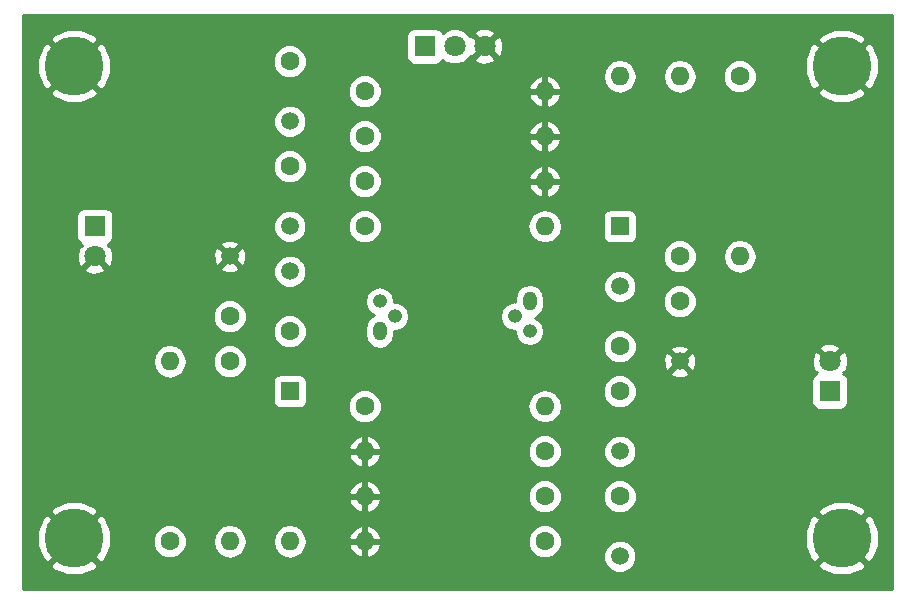
<source format=gbr>
G04 #@! TF.FileFunction,Copper,L1,Top,Signal*
%FSLAX46Y46*%
G04 Gerber Fmt 4.6, Leading zero omitted, Abs format (unit mm)*
G04 Created by KiCad (PCBNEW 4.0.7) date 06/13/18 13:11:16*
%MOMM*%
%LPD*%
G01*
G04 APERTURE LIST*
%ADD10C,0.100000*%
%ADD11C,1.600000*%
%ADD12C,1.500000*%
%ADD13R,1.600000X1.600000*%
%ADD14O,1.600000X1.600000*%
%ADD15R,1.800000X1.800000*%
%ADD16C,1.800000*%
%ADD17O,1.200000X1.600000*%
%ADD18O,1.200000X1.200000*%
%ADD19C,5.000000*%
%ADD20C,0.254000*%
G04 APERTURE END LIST*
D10*
D11*
X128270000Y-63500000D03*
D12*
X128270000Y-68580000D03*
D11*
X128270000Y-77470000D03*
D12*
X128270000Y-72390000D03*
D11*
X161290000Y-74930000D03*
D12*
X161290000Y-80010000D03*
D11*
X123190000Y-76200000D03*
D12*
X123190000Y-71120000D03*
D11*
X156210000Y-91440000D03*
D12*
X156210000Y-96520000D03*
D11*
X128270000Y-54610000D03*
D12*
X128270000Y-59690000D03*
D11*
X156210000Y-78740000D03*
D12*
X156210000Y-73660000D03*
D11*
X156210000Y-82550000D03*
D12*
X156210000Y-87630000D03*
D13*
X156210000Y-68580000D03*
D14*
X156210000Y-55880000D03*
D13*
X128270000Y-82550000D03*
D14*
X128270000Y-95250000D03*
D15*
X139700000Y-53340000D03*
D16*
X142240000Y-53340000D03*
X144780000Y-53340000D03*
D15*
X111760000Y-68580000D03*
D16*
X111760000Y-71120000D03*
D15*
X173990000Y-82550000D03*
D16*
X173990000Y-80010000D03*
D17*
X148590000Y-74930000D03*
D18*
X147320000Y-76200000D03*
X148590000Y-77470000D03*
D17*
X135890000Y-77470000D03*
D18*
X137160000Y-76200000D03*
X135890000Y-74930000D03*
D11*
X166370000Y-55880000D03*
D14*
X166370000Y-71120000D03*
D11*
X118110000Y-95250000D03*
D14*
X118110000Y-80010000D03*
D11*
X134620000Y-64770000D03*
D14*
X149860000Y-64770000D03*
D11*
X149860000Y-95250000D03*
D14*
X134620000Y-95250000D03*
D11*
X161290000Y-71120000D03*
D14*
X161290000Y-55880000D03*
D11*
X134620000Y-68580000D03*
D14*
X149860000Y-68580000D03*
D11*
X123190000Y-80010000D03*
D14*
X123190000Y-95250000D03*
D11*
X134620000Y-60960000D03*
D14*
X149860000Y-60960000D03*
D11*
X149860000Y-91440000D03*
D14*
X134620000Y-91440000D03*
D11*
X134620000Y-83820000D03*
D14*
X149860000Y-83820000D03*
D11*
X134620000Y-57150000D03*
D14*
X149860000Y-57150000D03*
D11*
X149860000Y-87630000D03*
D14*
X134620000Y-87630000D03*
D19*
X110000000Y-95000000D03*
X175000000Y-95000000D03*
X110000000Y-55000000D03*
X175000000Y-55000000D03*
D20*
G36*
X179290000Y-99290000D02*
X105710000Y-99290000D01*
X105710000Y-97235880D01*
X107943725Y-97235880D01*
X108225421Y-97658564D01*
X109377892Y-98135294D01*
X110625072Y-98134705D01*
X111774579Y-97658564D01*
X112056275Y-97235880D01*
X110000000Y-95179605D01*
X107943725Y-97235880D01*
X105710000Y-97235880D01*
X105710000Y-94377892D01*
X106864706Y-94377892D01*
X106865295Y-95625072D01*
X107341436Y-96774579D01*
X107764120Y-97056275D01*
X109820395Y-95000000D01*
X110179605Y-95000000D01*
X112235880Y-97056275D01*
X112628995Y-96794285D01*
X154824760Y-96794285D01*
X155035169Y-97303515D01*
X155424436Y-97693461D01*
X155933298Y-97904759D01*
X156484285Y-97905240D01*
X156993515Y-97694831D01*
X157383461Y-97305564D01*
X157412396Y-97235880D01*
X172943725Y-97235880D01*
X173225421Y-97658564D01*
X174377892Y-98135294D01*
X175625072Y-98134705D01*
X176774579Y-97658564D01*
X177056275Y-97235880D01*
X175000000Y-95179605D01*
X172943725Y-97235880D01*
X157412396Y-97235880D01*
X157594759Y-96796702D01*
X157595240Y-96245715D01*
X157384831Y-95736485D01*
X156995564Y-95346539D01*
X156486702Y-95135241D01*
X155935715Y-95134760D01*
X155426485Y-95345169D01*
X155036539Y-95734436D01*
X154825241Y-96243298D01*
X154824760Y-96794285D01*
X112628995Y-96794285D01*
X112658564Y-96774579D01*
X113135294Y-95622108D01*
X113135253Y-95534187D01*
X116674752Y-95534187D01*
X116892757Y-96061800D01*
X117296077Y-96465824D01*
X117823309Y-96684750D01*
X118394187Y-96685248D01*
X118921800Y-96467243D01*
X119325824Y-96063923D01*
X119544750Y-95536691D01*
X119545024Y-95221887D01*
X121755000Y-95221887D01*
X121755000Y-95278113D01*
X121864233Y-95827264D01*
X122175302Y-96292811D01*
X122640849Y-96603880D01*
X123190000Y-96713113D01*
X123739151Y-96603880D01*
X124204698Y-96292811D01*
X124515767Y-95827264D01*
X124625000Y-95278113D01*
X124625000Y-95221887D01*
X126835000Y-95221887D01*
X126835000Y-95278113D01*
X126944233Y-95827264D01*
X127255302Y-96292811D01*
X127720849Y-96603880D01*
X128270000Y-96713113D01*
X128819151Y-96603880D01*
X129284698Y-96292811D01*
X129595767Y-95827264D01*
X129641163Y-95599039D01*
X133228096Y-95599039D01*
X133388959Y-95987423D01*
X133764866Y-96402389D01*
X134270959Y-96641914D01*
X134493000Y-96520629D01*
X134493000Y-95377000D01*
X134747000Y-95377000D01*
X134747000Y-96520629D01*
X134969041Y-96641914D01*
X135475134Y-96402389D01*
X135851041Y-95987423D01*
X136011904Y-95599039D01*
X135976275Y-95534187D01*
X148424752Y-95534187D01*
X148642757Y-96061800D01*
X149046077Y-96465824D01*
X149573309Y-96684750D01*
X150144187Y-96685248D01*
X150671800Y-96467243D01*
X151075824Y-96063923D01*
X151294750Y-95536691D01*
X151295248Y-94965813D01*
X151077243Y-94438200D01*
X151017041Y-94377892D01*
X171864706Y-94377892D01*
X171865295Y-95625072D01*
X172341436Y-96774579D01*
X172764120Y-97056275D01*
X174820395Y-95000000D01*
X175179605Y-95000000D01*
X177235880Y-97056275D01*
X177658564Y-96774579D01*
X178135294Y-95622108D01*
X178134705Y-94374928D01*
X177658564Y-93225421D01*
X177235880Y-92943725D01*
X175179605Y-95000000D01*
X174820395Y-95000000D01*
X172764120Y-92943725D01*
X172341436Y-93225421D01*
X171864706Y-94377892D01*
X151017041Y-94377892D01*
X150673923Y-94034176D01*
X150146691Y-93815250D01*
X149575813Y-93814752D01*
X149048200Y-94032757D01*
X148644176Y-94436077D01*
X148425250Y-94963309D01*
X148424752Y-95534187D01*
X135976275Y-95534187D01*
X135889915Y-95377000D01*
X134747000Y-95377000D01*
X134493000Y-95377000D01*
X133350085Y-95377000D01*
X133228096Y-95599039D01*
X129641163Y-95599039D01*
X129705000Y-95278113D01*
X129705000Y-95221887D01*
X129641164Y-94900961D01*
X133228096Y-94900961D01*
X133350085Y-95123000D01*
X134493000Y-95123000D01*
X134493000Y-93979371D01*
X134747000Y-93979371D01*
X134747000Y-95123000D01*
X135889915Y-95123000D01*
X136011904Y-94900961D01*
X135851041Y-94512577D01*
X135475134Y-94097611D01*
X134969041Y-93858086D01*
X134747000Y-93979371D01*
X134493000Y-93979371D01*
X134270959Y-93858086D01*
X133764866Y-94097611D01*
X133388959Y-94512577D01*
X133228096Y-94900961D01*
X129641164Y-94900961D01*
X129595767Y-94672736D01*
X129284698Y-94207189D01*
X128819151Y-93896120D01*
X128270000Y-93786887D01*
X127720849Y-93896120D01*
X127255302Y-94207189D01*
X126944233Y-94672736D01*
X126835000Y-95221887D01*
X124625000Y-95221887D01*
X124515767Y-94672736D01*
X124204698Y-94207189D01*
X123739151Y-93896120D01*
X123190000Y-93786887D01*
X122640849Y-93896120D01*
X122175302Y-94207189D01*
X121864233Y-94672736D01*
X121755000Y-95221887D01*
X119545024Y-95221887D01*
X119545248Y-94965813D01*
X119327243Y-94438200D01*
X118923923Y-94034176D01*
X118396691Y-93815250D01*
X117825813Y-93814752D01*
X117298200Y-94032757D01*
X116894176Y-94436077D01*
X116675250Y-94963309D01*
X116674752Y-95534187D01*
X113135253Y-95534187D01*
X113134705Y-94374928D01*
X112658564Y-93225421D01*
X112235880Y-92943725D01*
X110179605Y-95000000D01*
X109820395Y-95000000D01*
X107764120Y-92943725D01*
X107341436Y-93225421D01*
X106864706Y-94377892D01*
X105710000Y-94377892D01*
X105710000Y-92764120D01*
X107943725Y-92764120D01*
X110000000Y-94820395D01*
X112056275Y-92764120D01*
X111774579Y-92341436D01*
X110622108Y-91864706D01*
X109374928Y-91865295D01*
X108225421Y-92341436D01*
X107943725Y-92764120D01*
X105710000Y-92764120D01*
X105710000Y-91789039D01*
X133228096Y-91789039D01*
X133388959Y-92177423D01*
X133764866Y-92592389D01*
X134270959Y-92831914D01*
X134493000Y-92710629D01*
X134493000Y-91567000D01*
X134747000Y-91567000D01*
X134747000Y-92710629D01*
X134969041Y-92831914D01*
X135475134Y-92592389D01*
X135851041Y-92177423D01*
X136011904Y-91789039D01*
X135976275Y-91724187D01*
X148424752Y-91724187D01*
X148642757Y-92251800D01*
X149046077Y-92655824D01*
X149573309Y-92874750D01*
X150144187Y-92875248D01*
X150671800Y-92657243D01*
X151075824Y-92253923D01*
X151294750Y-91726691D01*
X151294752Y-91724187D01*
X154774752Y-91724187D01*
X154992757Y-92251800D01*
X155396077Y-92655824D01*
X155923309Y-92874750D01*
X156494187Y-92875248D01*
X156763137Y-92764120D01*
X172943725Y-92764120D01*
X175000000Y-94820395D01*
X177056275Y-92764120D01*
X176774579Y-92341436D01*
X175622108Y-91864706D01*
X174374928Y-91865295D01*
X173225421Y-92341436D01*
X172943725Y-92764120D01*
X156763137Y-92764120D01*
X157021800Y-92657243D01*
X157425824Y-92253923D01*
X157644750Y-91726691D01*
X157645248Y-91155813D01*
X157427243Y-90628200D01*
X157023923Y-90224176D01*
X156496691Y-90005250D01*
X155925813Y-90004752D01*
X155398200Y-90222757D01*
X154994176Y-90626077D01*
X154775250Y-91153309D01*
X154774752Y-91724187D01*
X151294752Y-91724187D01*
X151295248Y-91155813D01*
X151077243Y-90628200D01*
X150673923Y-90224176D01*
X150146691Y-90005250D01*
X149575813Y-90004752D01*
X149048200Y-90222757D01*
X148644176Y-90626077D01*
X148425250Y-91153309D01*
X148424752Y-91724187D01*
X135976275Y-91724187D01*
X135889915Y-91567000D01*
X134747000Y-91567000D01*
X134493000Y-91567000D01*
X133350085Y-91567000D01*
X133228096Y-91789039D01*
X105710000Y-91789039D01*
X105710000Y-91090961D01*
X133228096Y-91090961D01*
X133350085Y-91313000D01*
X134493000Y-91313000D01*
X134493000Y-90169371D01*
X134747000Y-90169371D01*
X134747000Y-91313000D01*
X135889915Y-91313000D01*
X136011904Y-91090961D01*
X135851041Y-90702577D01*
X135475134Y-90287611D01*
X134969041Y-90048086D01*
X134747000Y-90169371D01*
X134493000Y-90169371D01*
X134270959Y-90048086D01*
X133764866Y-90287611D01*
X133388959Y-90702577D01*
X133228096Y-91090961D01*
X105710000Y-91090961D01*
X105710000Y-87979039D01*
X133228096Y-87979039D01*
X133388959Y-88367423D01*
X133764866Y-88782389D01*
X134270959Y-89021914D01*
X134493000Y-88900629D01*
X134493000Y-87757000D01*
X134747000Y-87757000D01*
X134747000Y-88900629D01*
X134969041Y-89021914D01*
X135475134Y-88782389D01*
X135851041Y-88367423D01*
X136011904Y-87979039D01*
X135976275Y-87914187D01*
X148424752Y-87914187D01*
X148642757Y-88441800D01*
X149046077Y-88845824D01*
X149573309Y-89064750D01*
X150144187Y-89065248D01*
X150671800Y-88847243D01*
X151075824Y-88443923D01*
X151294750Y-87916691D01*
X151294760Y-87904285D01*
X154824760Y-87904285D01*
X155035169Y-88413515D01*
X155424436Y-88803461D01*
X155933298Y-89014759D01*
X156484285Y-89015240D01*
X156993515Y-88804831D01*
X157383461Y-88415564D01*
X157594759Y-87906702D01*
X157595240Y-87355715D01*
X157384831Y-86846485D01*
X156995564Y-86456539D01*
X156486702Y-86245241D01*
X155935715Y-86244760D01*
X155426485Y-86455169D01*
X155036539Y-86844436D01*
X154825241Y-87353298D01*
X154824760Y-87904285D01*
X151294760Y-87904285D01*
X151295248Y-87345813D01*
X151077243Y-86818200D01*
X150673923Y-86414176D01*
X150146691Y-86195250D01*
X149575813Y-86194752D01*
X149048200Y-86412757D01*
X148644176Y-86816077D01*
X148425250Y-87343309D01*
X148424752Y-87914187D01*
X135976275Y-87914187D01*
X135889915Y-87757000D01*
X134747000Y-87757000D01*
X134493000Y-87757000D01*
X133350085Y-87757000D01*
X133228096Y-87979039D01*
X105710000Y-87979039D01*
X105710000Y-87280961D01*
X133228096Y-87280961D01*
X133350085Y-87503000D01*
X134493000Y-87503000D01*
X134493000Y-86359371D01*
X134747000Y-86359371D01*
X134747000Y-87503000D01*
X135889915Y-87503000D01*
X136011904Y-87280961D01*
X135851041Y-86892577D01*
X135475134Y-86477611D01*
X134969041Y-86238086D01*
X134747000Y-86359371D01*
X134493000Y-86359371D01*
X134270959Y-86238086D01*
X133764866Y-86477611D01*
X133388959Y-86892577D01*
X133228096Y-87280961D01*
X105710000Y-87280961D01*
X105710000Y-84104187D01*
X133184752Y-84104187D01*
X133402757Y-84631800D01*
X133806077Y-85035824D01*
X134333309Y-85254750D01*
X134904187Y-85255248D01*
X135431800Y-85037243D01*
X135835824Y-84633923D01*
X136054750Y-84106691D01*
X136055000Y-83820000D01*
X148396887Y-83820000D01*
X148506120Y-84369151D01*
X148817189Y-84834698D01*
X149282736Y-85145767D01*
X149831887Y-85255000D01*
X149888113Y-85255000D01*
X150437264Y-85145767D01*
X150902811Y-84834698D01*
X151213880Y-84369151D01*
X151323113Y-83820000D01*
X151213880Y-83270849D01*
X150922112Y-82834187D01*
X154774752Y-82834187D01*
X154992757Y-83361800D01*
X155396077Y-83765824D01*
X155923309Y-83984750D01*
X156494187Y-83985248D01*
X157021800Y-83767243D01*
X157425824Y-83363923D01*
X157644750Y-82836691D01*
X157645248Y-82265813D01*
X157427243Y-81738200D01*
X157339197Y-81650000D01*
X172442560Y-81650000D01*
X172442560Y-83450000D01*
X172486838Y-83685317D01*
X172625910Y-83901441D01*
X172838110Y-84046431D01*
X173090000Y-84097440D01*
X174890000Y-84097440D01*
X175125317Y-84053162D01*
X175341441Y-83914090D01*
X175486431Y-83701890D01*
X175537440Y-83450000D01*
X175537440Y-81650000D01*
X175493162Y-81414683D01*
X175354090Y-81198559D01*
X175150426Y-81059402D01*
X175184718Y-81025110D01*
X175070161Y-80910553D01*
X175326643Y-80824148D01*
X175536458Y-80250664D01*
X175510839Y-79640540D01*
X175326643Y-79195852D01*
X175070159Y-79109446D01*
X174169605Y-80010000D01*
X174183748Y-80024143D01*
X174004143Y-80203748D01*
X173990000Y-80189605D01*
X173975858Y-80203748D01*
X173796253Y-80024143D01*
X173810395Y-80010000D01*
X172909841Y-79109446D01*
X172653357Y-79195852D01*
X172443542Y-79769336D01*
X172469161Y-80379460D01*
X172653357Y-80824148D01*
X172909839Y-80910553D01*
X172795282Y-81025110D01*
X172831760Y-81061588D01*
X172638559Y-81185910D01*
X172493569Y-81398110D01*
X172442560Y-81650000D01*
X157339197Y-81650000D01*
X157023923Y-81334176D01*
X156496691Y-81115250D01*
X155925813Y-81114752D01*
X155398200Y-81332757D01*
X154994176Y-81736077D01*
X154775250Y-82263309D01*
X154774752Y-82834187D01*
X150922112Y-82834187D01*
X150902811Y-82805302D01*
X150437264Y-82494233D01*
X149888113Y-82385000D01*
X149831887Y-82385000D01*
X149282736Y-82494233D01*
X148817189Y-82805302D01*
X148506120Y-83270849D01*
X148396887Y-83820000D01*
X136055000Y-83820000D01*
X136055248Y-83535813D01*
X135837243Y-83008200D01*
X135433923Y-82604176D01*
X134906691Y-82385250D01*
X134335813Y-82384752D01*
X133808200Y-82602757D01*
X133404176Y-83006077D01*
X133185250Y-83533309D01*
X133184752Y-84104187D01*
X105710000Y-84104187D01*
X105710000Y-81750000D01*
X126822560Y-81750000D01*
X126822560Y-83350000D01*
X126866838Y-83585317D01*
X127005910Y-83801441D01*
X127218110Y-83946431D01*
X127470000Y-83997440D01*
X129070000Y-83997440D01*
X129305317Y-83953162D01*
X129521441Y-83814090D01*
X129666431Y-83601890D01*
X129717440Y-83350000D01*
X129717440Y-81750000D01*
X129673162Y-81514683D01*
X129534090Y-81298559D01*
X129321890Y-81153569D01*
X129070000Y-81102560D01*
X127470000Y-81102560D01*
X127234683Y-81146838D01*
X127018559Y-81285910D01*
X126873569Y-81498110D01*
X126822560Y-81750000D01*
X105710000Y-81750000D01*
X105710000Y-79981887D01*
X116675000Y-79981887D01*
X116675000Y-80038113D01*
X116784233Y-80587264D01*
X117095302Y-81052811D01*
X117560849Y-81363880D01*
X118110000Y-81473113D01*
X118659151Y-81363880D01*
X119124698Y-81052811D01*
X119435767Y-80587264D01*
X119494063Y-80294187D01*
X121754752Y-80294187D01*
X121972757Y-80821800D01*
X122376077Y-81225824D01*
X122903309Y-81444750D01*
X123474187Y-81445248D01*
X124001800Y-81227243D01*
X124247954Y-80981517D01*
X160498088Y-80981517D01*
X160566077Y-81222460D01*
X161085171Y-81407201D01*
X161635448Y-81379230D01*
X162013923Y-81222460D01*
X162081912Y-80981517D01*
X161290000Y-80189605D01*
X160498088Y-80981517D01*
X124247954Y-80981517D01*
X124405824Y-80823923D01*
X124624750Y-80296691D01*
X124625248Y-79725813D01*
X124407243Y-79198200D01*
X124233534Y-79024187D01*
X154774752Y-79024187D01*
X154992757Y-79551800D01*
X155396077Y-79955824D01*
X155923309Y-80174750D01*
X156494187Y-80175248D01*
X157021800Y-79957243D01*
X157174137Y-79805171D01*
X159892799Y-79805171D01*
X159920770Y-80355448D01*
X160077540Y-80733923D01*
X160318483Y-80801912D01*
X161110395Y-80010000D01*
X161469605Y-80010000D01*
X162261517Y-80801912D01*
X162502460Y-80733923D01*
X162687201Y-80214829D01*
X162659230Y-79664552D01*
X162502460Y-79286077D01*
X162261517Y-79218088D01*
X161469605Y-80010000D01*
X161110395Y-80010000D01*
X160318483Y-79218088D01*
X160077540Y-79286077D01*
X159892799Y-79805171D01*
X157174137Y-79805171D01*
X157425824Y-79553923D01*
X157639853Y-79038483D01*
X160498088Y-79038483D01*
X161290000Y-79830395D01*
X162081912Y-79038483D01*
X162051256Y-78929841D01*
X173089446Y-78929841D01*
X173990000Y-79830395D01*
X174890554Y-78929841D01*
X174804148Y-78673357D01*
X174230664Y-78463542D01*
X173620540Y-78489161D01*
X173175852Y-78673357D01*
X173089446Y-78929841D01*
X162051256Y-78929841D01*
X162013923Y-78797540D01*
X161494829Y-78612799D01*
X160944552Y-78640770D01*
X160566077Y-78797540D01*
X160498088Y-79038483D01*
X157639853Y-79038483D01*
X157644750Y-79026691D01*
X157645248Y-78455813D01*
X157427243Y-77928200D01*
X157023923Y-77524176D01*
X156496691Y-77305250D01*
X155925813Y-77304752D01*
X155398200Y-77522757D01*
X154994176Y-77926077D01*
X154775250Y-78453309D01*
X154774752Y-79024187D01*
X124233534Y-79024187D01*
X124003923Y-78794176D01*
X123476691Y-78575250D01*
X122905813Y-78574752D01*
X122378200Y-78792757D01*
X121974176Y-79196077D01*
X121755250Y-79723309D01*
X121754752Y-80294187D01*
X119494063Y-80294187D01*
X119545000Y-80038113D01*
X119545000Y-79981887D01*
X119435767Y-79432736D01*
X119124698Y-78967189D01*
X118659151Y-78656120D01*
X118110000Y-78546887D01*
X117560849Y-78656120D01*
X117095302Y-78967189D01*
X116784233Y-79432736D01*
X116675000Y-79981887D01*
X105710000Y-79981887D01*
X105710000Y-77754187D01*
X126834752Y-77754187D01*
X127052757Y-78281800D01*
X127456077Y-78685824D01*
X127983309Y-78904750D01*
X128554187Y-78905248D01*
X129081800Y-78687243D01*
X129485824Y-78283923D01*
X129704750Y-77756691D01*
X129705248Y-77185813D01*
X129487243Y-76658200D01*
X129083923Y-76254176D01*
X128556691Y-76035250D01*
X127985813Y-76034752D01*
X127458200Y-76252757D01*
X127054176Y-76656077D01*
X126835250Y-77183309D01*
X126834752Y-77754187D01*
X105710000Y-77754187D01*
X105710000Y-76484187D01*
X121754752Y-76484187D01*
X121972757Y-77011800D01*
X122376077Y-77415824D01*
X122903309Y-77634750D01*
X123474187Y-77635248D01*
X124001800Y-77417243D01*
X124405824Y-77013923D01*
X124624750Y-76486691D01*
X124625248Y-75915813D01*
X124407243Y-75388200D01*
X124003923Y-74984176D01*
X123815185Y-74905805D01*
X134655000Y-74905805D01*
X134655000Y-74954195D01*
X134749009Y-75426809D01*
X135016723Y-75827472D01*
X135417386Y-76095186D01*
X135431739Y-76098041D01*
X135417386Y-76100896D01*
X135016723Y-76368610D01*
X134749009Y-76769273D01*
X134655000Y-77241887D01*
X134655000Y-77698113D01*
X134749009Y-78170727D01*
X135016723Y-78571390D01*
X135417386Y-78839104D01*
X135890000Y-78933113D01*
X136362614Y-78839104D01*
X136763277Y-78571390D01*
X137030991Y-78170727D01*
X137125000Y-77698113D01*
X137125000Y-77452233D01*
X137160000Y-77459195D01*
X137632614Y-77365186D01*
X138033277Y-77097472D01*
X138300991Y-76696809D01*
X138395000Y-76224195D01*
X138395000Y-76175805D01*
X146085000Y-76175805D01*
X146085000Y-76224195D01*
X146179009Y-76696809D01*
X146446723Y-77097472D01*
X146847386Y-77365186D01*
X147320000Y-77459195D01*
X147355000Y-77452233D01*
X147355000Y-77494195D01*
X147449009Y-77966809D01*
X147716723Y-78367472D01*
X148117386Y-78635186D01*
X148590000Y-78729195D01*
X149062614Y-78635186D01*
X149463277Y-78367472D01*
X149730991Y-77966809D01*
X149825000Y-77494195D01*
X149825000Y-77445805D01*
X149730991Y-76973191D01*
X149463277Y-76572528D01*
X149062614Y-76304814D01*
X149048261Y-76301959D01*
X149062614Y-76299104D01*
X149463277Y-76031390D01*
X149730991Y-75630727D01*
X149813846Y-75214187D01*
X159854752Y-75214187D01*
X160072757Y-75741800D01*
X160476077Y-76145824D01*
X161003309Y-76364750D01*
X161574187Y-76365248D01*
X162101800Y-76147243D01*
X162505824Y-75743923D01*
X162724750Y-75216691D01*
X162725248Y-74645813D01*
X162507243Y-74118200D01*
X162103923Y-73714176D01*
X161576691Y-73495250D01*
X161005813Y-73494752D01*
X160478200Y-73712757D01*
X160074176Y-74116077D01*
X159855250Y-74643309D01*
X159854752Y-75214187D01*
X149813846Y-75214187D01*
X149825000Y-75158113D01*
X149825000Y-74701887D01*
X149730991Y-74229273D01*
X149533887Y-73934285D01*
X154824760Y-73934285D01*
X155035169Y-74443515D01*
X155424436Y-74833461D01*
X155933298Y-75044759D01*
X156484285Y-75045240D01*
X156993515Y-74834831D01*
X157383461Y-74445564D01*
X157594759Y-73936702D01*
X157595240Y-73385715D01*
X157384831Y-72876485D01*
X156995564Y-72486539D01*
X156486702Y-72275241D01*
X155935715Y-72274760D01*
X155426485Y-72485169D01*
X155036539Y-72874436D01*
X154825241Y-73383298D01*
X154824760Y-73934285D01*
X149533887Y-73934285D01*
X149463277Y-73828610D01*
X149062614Y-73560896D01*
X148590000Y-73466887D01*
X148117386Y-73560896D01*
X147716723Y-73828610D01*
X147449009Y-74229273D01*
X147355000Y-74701887D01*
X147355000Y-74947767D01*
X147320000Y-74940805D01*
X146847386Y-75034814D01*
X146446723Y-75302528D01*
X146179009Y-75703191D01*
X146085000Y-76175805D01*
X138395000Y-76175805D01*
X138300991Y-75703191D01*
X138033277Y-75302528D01*
X137632614Y-75034814D01*
X137160000Y-74940805D01*
X137125000Y-74947767D01*
X137125000Y-74905805D01*
X137030991Y-74433191D01*
X136763277Y-74032528D01*
X136362614Y-73764814D01*
X135890000Y-73670805D01*
X135417386Y-73764814D01*
X135016723Y-74032528D01*
X134749009Y-74433191D01*
X134655000Y-74905805D01*
X123815185Y-74905805D01*
X123476691Y-74765250D01*
X122905813Y-74764752D01*
X122378200Y-74982757D01*
X121974176Y-75386077D01*
X121755250Y-75913309D01*
X121754752Y-76484187D01*
X105710000Y-76484187D01*
X105710000Y-72200159D01*
X110859446Y-72200159D01*
X110945852Y-72456643D01*
X111519336Y-72666458D01*
X111571086Y-72664285D01*
X126884760Y-72664285D01*
X127095169Y-73173515D01*
X127484436Y-73563461D01*
X127993298Y-73774759D01*
X128544285Y-73775240D01*
X129053515Y-73564831D01*
X129443461Y-73175564D01*
X129654759Y-72666702D01*
X129655240Y-72115715D01*
X129444831Y-71606485D01*
X129242886Y-71404187D01*
X159854752Y-71404187D01*
X160072757Y-71931800D01*
X160476077Y-72335824D01*
X161003309Y-72554750D01*
X161574187Y-72555248D01*
X162101800Y-72337243D01*
X162505824Y-71933923D01*
X162724750Y-71406691D01*
X162725024Y-71091887D01*
X164935000Y-71091887D01*
X164935000Y-71148113D01*
X165044233Y-71697264D01*
X165355302Y-72162811D01*
X165820849Y-72473880D01*
X166370000Y-72583113D01*
X166919151Y-72473880D01*
X167384698Y-72162811D01*
X167695767Y-71697264D01*
X167805000Y-71148113D01*
X167805000Y-71091887D01*
X167695767Y-70542736D01*
X167384698Y-70077189D01*
X166919151Y-69766120D01*
X166370000Y-69656887D01*
X165820849Y-69766120D01*
X165355302Y-70077189D01*
X165044233Y-70542736D01*
X164935000Y-71091887D01*
X162725024Y-71091887D01*
X162725248Y-70835813D01*
X162507243Y-70308200D01*
X162103923Y-69904176D01*
X161576691Y-69685250D01*
X161005813Y-69684752D01*
X160478200Y-69902757D01*
X160074176Y-70306077D01*
X159855250Y-70833309D01*
X159854752Y-71404187D01*
X129242886Y-71404187D01*
X129055564Y-71216539D01*
X128546702Y-71005241D01*
X127995715Y-71004760D01*
X127486485Y-71215169D01*
X127096539Y-71604436D01*
X126885241Y-72113298D01*
X126884760Y-72664285D01*
X111571086Y-72664285D01*
X112129460Y-72640839D01*
X112574148Y-72456643D01*
X112660554Y-72200159D01*
X112551912Y-72091517D01*
X122398088Y-72091517D01*
X122466077Y-72332460D01*
X122985171Y-72517201D01*
X123535448Y-72489230D01*
X123913923Y-72332460D01*
X123981912Y-72091517D01*
X123190000Y-71299605D01*
X122398088Y-72091517D01*
X112551912Y-72091517D01*
X111760000Y-71299605D01*
X110859446Y-72200159D01*
X105710000Y-72200159D01*
X105710000Y-67680000D01*
X110212560Y-67680000D01*
X110212560Y-69480000D01*
X110256838Y-69715317D01*
X110395910Y-69931441D01*
X110599574Y-70070598D01*
X110565282Y-70104890D01*
X110679839Y-70219447D01*
X110423357Y-70305852D01*
X110213542Y-70879336D01*
X110239161Y-71489460D01*
X110423357Y-71934148D01*
X110679841Y-72020554D01*
X111580395Y-71120000D01*
X111566253Y-71105858D01*
X111745858Y-70926253D01*
X111760000Y-70940395D01*
X111774143Y-70926253D01*
X111953748Y-71105858D01*
X111939605Y-71120000D01*
X112840159Y-72020554D01*
X113096643Y-71934148D01*
X113306458Y-71360664D01*
X113287752Y-70915171D01*
X121792799Y-70915171D01*
X121820770Y-71465448D01*
X121977540Y-71843923D01*
X122218483Y-71911912D01*
X123010395Y-71120000D01*
X123369605Y-71120000D01*
X124161517Y-71911912D01*
X124402460Y-71843923D01*
X124587201Y-71324829D01*
X124559230Y-70774552D01*
X124402460Y-70396077D01*
X124161517Y-70328088D01*
X123369605Y-71120000D01*
X123010395Y-71120000D01*
X122218483Y-70328088D01*
X121977540Y-70396077D01*
X121792799Y-70915171D01*
X113287752Y-70915171D01*
X113280839Y-70750540D01*
X113096643Y-70305852D01*
X112840161Y-70219447D01*
X112911125Y-70148483D01*
X122398088Y-70148483D01*
X123190000Y-70940395D01*
X123981912Y-70148483D01*
X123913923Y-69907540D01*
X123394829Y-69722799D01*
X122844552Y-69750770D01*
X122466077Y-69907540D01*
X122398088Y-70148483D01*
X112911125Y-70148483D01*
X112954718Y-70104890D01*
X112918240Y-70068412D01*
X113111441Y-69944090D01*
X113256431Y-69731890D01*
X113307440Y-69480000D01*
X113307440Y-68854285D01*
X126884760Y-68854285D01*
X127095169Y-69363515D01*
X127484436Y-69753461D01*
X127993298Y-69964759D01*
X128544285Y-69965240D01*
X129053515Y-69754831D01*
X129443461Y-69365564D01*
X129651650Y-68864187D01*
X133184752Y-68864187D01*
X133402757Y-69391800D01*
X133806077Y-69795824D01*
X134333309Y-70014750D01*
X134904187Y-70015248D01*
X135431800Y-69797243D01*
X135835824Y-69393923D01*
X136054750Y-68866691D01*
X136055000Y-68580000D01*
X148396887Y-68580000D01*
X148506120Y-69129151D01*
X148817189Y-69594698D01*
X149282736Y-69905767D01*
X149831887Y-70015000D01*
X149888113Y-70015000D01*
X150437264Y-69905767D01*
X150902811Y-69594698D01*
X151213880Y-69129151D01*
X151323113Y-68580000D01*
X151213880Y-68030849D01*
X151046268Y-67780000D01*
X154762560Y-67780000D01*
X154762560Y-69380000D01*
X154806838Y-69615317D01*
X154945910Y-69831441D01*
X155158110Y-69976431D01*
X155410000Y-70027440D01*
X157010000Y-70027440D01*
X157245317Y-69983162D01*
X157461441Y-69844090D01*
X157606431Y-69631890D01*
X157657440Y-69380000D01*
X157657440Y-67780000D01*
X157613162Y-67544683D01*
X157474090Y-67328559D01*
X157261890Y-67183569D01*
X157010000Y-67132560D01*
X155410000Y-67132560D01*
X155174683Y-67176838D01*
X154958559Y-67315910D01*
X154813569Y-67528110D01*
X154762560Y-67780000D01*
X151046268Y-67780000D01*
X150902811Y-67565302D01*
X150437264Y-67254233D01*
X149888113Y-67145000D01*
X149831887Y-67145000D01*
X149282736Y-67254233D01*
X148817189Y-67565302D01*
X148506120Y-68030849D01*
X148396887Y-68580000D01*
X136055000Y-68580000D01*
X136055248Y-68295813D01*
X135837243Y-67768200D01*
X135433923Y-67364176D01*
X134906691Y-67145250D01*
X134335813Y-67144752D01*
X133808200Y-67362757D01*
X133404176Y-67766077D01*
X133185250Y-68293309D01*
X133184752Y-68864187D01*
X129651650Y-68864187D01*
X129654759Y-68856702D01*
X129655240Y-68305715D01*
X129444831Y-67796485D01*
X129055564Y-67406539D01*
X128546702Y-67195241D01*
X127995715Y-67194760D01*
X127486485Y-67405169D01*
X127096539Y-67794436D01*
X126885241Y-68303298D01*
X126884760Y-68854285D01*
X113307440Y-68854285D01*
X113307440Y-67680000D01*
X113263162Y-67444683D01*
X113124090Y-67228559D01*
X112911890Y-67083569D01*
X112660000Y-67032560D01*
X110860000Y-67032560D01*
X110624683Y-67076838D01*
X110408559Y-67215910D01*
X110263569Y-67428110D01*
X110212560Y-67680000D01*
X105710000Y-67680000D01*
X105710000Y-65054187D01*
X133184752Y-65054187D01*
X133402757Y-65581800D01*
X133806077Y-65985824D01*
X134333309Y-66204750D01*
X134904187Y-66205248D01*
X135431800Y-65987243D01*
X135835824Y-65583923D01*
X136028860Y-65119039D01*
X148468096Y-65119039D01*
X148628959Y-65507423D01*
X149004866Y-65922389D01*
X149510959Y-66161914D01*
X149733000Y-66040629D01*
X149733000Y-64897000D01*
X149987000Y-64897000D01*
X149987000Y-66040629D01*
X150209041Y-66161914D01*
X150715134Y-65922389D01*
X151091041Y-65507423D01*
X151251904Y-65119039D01*
X151129915Y-64897000D01*
X149987000Y-64897000D01*
X149733000Y-64897000D01*
X148590085Y-64897000D01*
X148468096Y-65119039D01*
X136028860Y-65119039D01*
X136054750Y-65056691D01*
X136055248Y-64485813D01*
X136028452Y-64420961D01*
X148468096Y-64420961D01*
X148590085Y-64643000D01*
X149733000Y-64643000D01*
X149733000Y-63499371D01*
X149987000Y-63499371D01*
X149987000Y-64643000D01*
X151129915Y-64643000D01*
X151251904Y-64420961D01*
X151091041Y-64032577D01*
X150715134Y-63617611D01*
X150209041Y-63378086D01*
X149987000Y-63499371D01*
X149733000Y-63499371D01*
X149510959Y-63378086D01*
X149004866Y-63617611D01*
X148628959Y-64032577D01*
X148468096Y-64420961D01*
X136028452Y-64420961D01*
X135837243Y-63958200D01*
X135433923Y-63554176D01*
X134906691Y-63335250D01*
X134335813Y-63334752D01*
X133808200Y-63552757D01*
X133404176Y-63956077D01*
X133185250Y-64483309D01*
X133184752Y-65054187D01*
X105710000Y-65054187D01*
X105710000Y-63784187D01*
X126834752Y-63784187D01*
X127052757Y-64311800D01*
X127456077Y-64715824D01*
X127983309Y-64934750D01*
X128554187Y-64935248D01*
X129081800Y-64717243D01*
X129485824Y-64313923D01*
X129704750Y-63786691D01*
X129705248Y-63215813D01*
X129487243Y-62688200D01*
X129083923Y-62284176D01*
X128556691Y-62065250D01*
X127985813Y-62064752D01*
X127458200Y-62282757D01*
X127054176Y-62686077D01*
X126835250Y-63213309D01*
X126834752Y-63784187D01*
X105710000Y-63784187D01*
X105710000Y-61244187D01*
X133184752Y-61244187D01*
X133402757Y-61771800D01*
X133806077Y-62175824D01*
X134333309Y-62394750D01*
X134904187Y-62395248D01*
X135431800Y-62177243D01*
X135835824Y-61773923D01*
X136028860Y-61309039D01*
X148468096Y-61309039D01*
X148628959Y-61697423D01*
X149004866Y-62112389D01*
X149510959Y-62351914D01*
X149733000Y-62230629D01*
X149733000Y-61087000D01*
X149987000Y-61087000D01*
X149987000Y-62230629D01*
X150209041Y-62351914D01*
X150715134Y-62112389D01*
X151091041Y-61697423D01*
X151251904Y-61309039D01*
X151129915Y-61087000D01*
X149987000Y-61087000D01*
X149733000Y-61087000D01*
X148590085Y-61087000D01*
X148468096Y-61309039D01*
X136028860Y-61309039D01*
X136054750Y-61246691D01*
X136055248Y-60675813D01*
X136028452Y-60610961D01*
X148468096Y-60610961D01*
X148590085Y-60833000D01*
X149733000Y-60833000D01*
X149733000Y-59689371D01*
X149987000Y-59689371D01*
X149987000Y-60833000D01*
X151129915Y-60833000D01*
X151251904Y-60610961D01*
X151091041Y-60222577D01*
X150715134Y-59807611D01*
X150209041Y-59568086D01*
X149987000Y-59689371D01*
X149733000Y-59689371D01*
X149510959Y-59568086D01*
X149004866Y-59807611D01*
X148628959Y-60222577D01*
X148468096Y-60610961D01*
X136028452Y-60610961D01*
X135837243Y-60148200D01*
X135433923Y-59744176D01*
X134906691Y-59525250D01*
X134335813Y-59524752D01*
X133808200Y-59742757D01*
X133404176Y-60146077D01*
X133185250Y-60673309D01*
X133184752Y-61244187D01*
X105710000Y-61244187D01*
X105710000Y-59964285D01*
X126884760Y-59964285D01*
X127095169Y-60473515D01*
X127484436Y-60863461D01*
X127993298Y-61074759D01*
X128544285Y-61075240D01*
X129053515Y-60864831D01*
X129443461Y-60475564D01*
X129654759Y-59966702D01*
X129655240Y-59415715D01*
X129444831Y-58906485D01*
X129055564Y-58516539D01*
X128546702Y-58305241D01*
X127995715Y-58304760D01*
X127486485Y-58515169D01*
X127096539Y-58904436D01*
X126885241Y-59413298D01*
X126884760Y-59964285D01*
X105710000Y-59964285D01*
X105710000Y-57235880D01*
X107943725Y-57235880D01*
X108225421Y-57658564D01*
X109377892Y-58135294D01*
X110625072Y-58134705D01*
X111774579Y-57658564D01*
X111924114Y-57434187D01*
X133184752Y-57434187D01*
X133402757Y-57961800D01*
X133806077Y-58365824D01*
X134333309Y-58584750D01*
X134904187Y-58585248D01*
X135431800Y-58367243D01*
X135835824Y-57963923D01*
X136028860Y-57499039D01*
X148468096Y-57499039D01*
X148628959Y-57887423D01*
X149004866Y-58302389D01*
X149510959Y-58541914D01*
X149733000Y-58420629D01*
X149733000Y-57277000D01*
X149987000Y-57277000D01*
X149987000Y-58420629D01*
X150209041Y-58541914D01*
X150715134Y-58302389D01*
X151091041Y-57887423D01*
X151251904Y-57499039D01*
X151129915Y-57277000D01*
X149987000Y-57277000D01*
X149733000Y-57277000D01*
X148590085Y-57277000D01*
X148468096Y-57499039D01*
X136028860Y-57499039D01*
X136054750Y-57436691D01*
X136055248Y-56865813D01*
X136028452Y-56800961D01*
X148468096Y-56800961D01*
X148590085Y-57023000D01*
X149733000Y-57023000D01*
X149733000Y-55879371D01*
X149987000Y-55879371D01*
X149987000Y-57023000D01*
X151129915Y-57023000D01*
X151251904Y-56800961D01*
X151091041Y-56412577D01*
X150715134Y-55997611D01*
X150407234Y-55851887D01*
X154775000Y-55851887D01*
X154775000Y-55908113D01*
X154884233Y-56457264D01*
X155195302Y-56922811D01*
X155660849Y-57233880D01*
X156210000Y-57343113D01*
X156759151Y-57233880D01*
X157224698Y-56922811D01*
X157535767Y-56457264D01*
X157645000Y-55908113D01*
X157645000Y-55851887D01*
X159855000Y-55851887D01*
X159855000Y-55908113D01*
X159964233Y-56457264D01*
X160275302Y-56922811D01*
X160740849Y-57233880D01*
X161290000Y-57343113D01*
X161839151Y-57233880D01*
X162304698Y-56922811D01*
X162615767Y-56457264D01*
X162674063Y-56164187D01*
X164934752Y-56164187D01*
X165152757Y-56691800D01*
X165556077Y-57095824D01*
X166083309Y-57314750D01*
X166654187Y-57315248D01*
X166846272Y-57235880D01*
X172943725Y-57235880D01*
X173225421Y-57658564D01*
X174377892Y-58135294D01*
X175625072Y-58134705D01*
X176774579Y-57658564D01*
X177056275Y-57235880D01*
X175000000Y-55179605D01*
X172943725Y-57235880D01*
X166846272Y-57235880D01*
X167181800Y-57097243D01*
X167585824Y-56693923D01*
X167804750Y-56166691D01*
X167805248Y-55595813D01*
X167587243Y-55068200D01*
X167183923Y-54664176D01*
X166656691Y-54445250D01*
X166085813Y-54444752D01*
X165558200Y-54662757D01*
X165154176Y-55066077D01*
X164935250Y-55593309D01*
X164934752Y-56164187D01*
X162674063Y-56164187D01*
X162725000Y-55908113D01*
X162725000Y-55851887D01*
X162615767Y-55302736D01*
X162304698Y-54837189D01*
X161839151Y-54526120D01*
X161290000Y-54416887D01*
X160740849Y-54526120D01*
X160275302Y-54837189D01*
X159964233Y-55302736D01*
X159855000Y-55851887D01*
X157645000Y-55851887D01*
X157535767Y-55302736D01*
X157224698Y-54837189D01*
X156759151Y-54526120D01*
X156210000Y-54416887D01*
X155660849Y-54526120D01*
X155195302Y-54837189D01*
X154884233Y-55302736D01*
X154775000Y-55851887D01*
X150407234Y-55851887D01*
X150209041Y-55758086D01*
X149987000Y-55879371D01*
X149733000Y-55879371D01*
X149510959Y-55758086D01*
X149004866Y-55997611D01*
X148628959Y-56412577D01*
X148468096Y-56800961D01*
X136028452Y-56800961D01*
X135837243Y-56338200D01*
X135433923Y-55934176D01*
X134906691Y-55715250D01*
X134335813Y-55714752D01*
X133808200Y-55932757D01*
X133404176Y-56336077D01*
X133185250Y-56863309D01*
X133184752Y-57434187D01*
X111924114Y-57434187D01*
X112056275Y-57235880D01*
X110000000Y-55179605D01*
X107943725Y-57235880D01*
X105710000Y-57235880D01*
X105710000Y-54377892D01*
X106864706Y-54377892D01*
X106865295Y-55625072D01*
X107341436Y-56774579D01*
X107764120Y-57056275D01*
X109820395Y-55000000D01*
X110179605Y-55000000D01*
X112235880Y-57056275D01*
X112658564Y-56774579D01*
X113135294Y-55622108D01*
X113134951Y-54894187D01*
X126834752Y-54894187D01*
X127052757Y-55421800D01*
X127456077Y-55825824D01*
X127983309Y-56044750D01*
X128554187Y-56045248D01*
X129081800Y-55827243D01*
X129485824Y-55423923D01*
X129704750Y-54896691D01*
X129705248Y-54325813D01*
X129487243Y-53798200D01*
X129083923Y-53394176D01*
X128556691Y-53175250D01*
X127985813Y-53174752D01*
X127458200Y-53392757D01*
X127054176Y-53796077D01*
X126835250Y-54323309D01*
X126834752Y-54894187D01*
X113134951Y-54894187D01*
X113134705Y-54374928D01*
X112658564Y-53225421D01*
X112235880Y-52943725D01*
X110179605Y-55000000D01*
X109820395Y-55000000D01*
X107764120Y-52943725D01*
X107341436Y-53225421D01*
X106864706Y-54377892D01*
X105710000Y-54377892D01*
X105710000Y-52764120D01*
X107943725Y-52764120D01*
X110000000Y-54820395D01*
X112056275Y-52764120D01*
X111840267Y-52440000D01*
X138152560Y-52440000D01*
X138152560Y-54240000D01*
X138196838Y-54475317D01*
X138335910Y-54691441D01*
X138548110Y-54836431D01*
X138800000Y-54887440D01*
X140600000Y-54887440D01*
X140835317Y-54843162D01*
X141051441Y-54704090D01*
X141196431Y-54491890D01*
X141200567Y-54471466D01*
X141369357Y-54640551D01*
X141933330Y-54874733D01*
X142543991Y-54875265D01*
X143108371Y-54642068D01*
X143330668Y-54420159D01*
X143879446Y-54420159D01*
X143965852Y-54676643D01*
X144539336Y-54886458D01*
X145149460Y-54860839D01*
X145594148Y-54676643D01*
X145680554Y-54420159D01*
X145638287Y-54377892D01*
X171864706Y-54377892D01*
X171865295Y-55625072D01*
X172341436Y-56774579D01*
X172764120Y-57056275D01*
X174820395Y-55000000D01*
X175179605Y-55000000D01*
X177235880Y-57056275D01*
X177658564Y-56774579D01*
X178135294Y-55622108D01*
X178134705Y-54374928D01*
X177658564Y-53225421D01*
X177235880Y-52943725D01*
X175179605Y-55000000D01*
X174820395Y-55000000D01*
X172764120Y-52943725D01*
X172341436Y-53225421D01*
X171864706Y-54377892D01*
X145638287Y-54377892D01*
X144780000Y-53519605D01*
X143879446Y-54420159D01*
X143330668Y-54420159D01*
X143540551Y-54210643D01*
X143549203Y-54189806D01*
X143699841Y-54240554D01*
X144600395Y-53340000D01*
X144959605Y-53340000D01*
X145860159Y-54240554D01*
X146116643Y-54154148D01*
X146326458Y-53580664D01*
X146300839Y-52970540D01*
X146215337Y-52764120D01*
X172943725Y-52764120D01*
X175000000Y-54820395D01*
X177056275Y-52764120D01*
X176774579Y-52341436D01*
X175622108Y-51864706D01*
X174374928Y-51865295D01*
X173225421Y-52341436D01*
X172943725Y-52764120D01*
X146215337Y-52764120D01*
X146116643Y-52525852D01*
X145860159Y-52439446D01*
X144959605Y-53340000D01*
X144600395Y-53340000D01*
X143699841Y-52439446D01*
X143549673Y-52490035D01*
X143542068Y-52471629D01*
X143330650Y-52259841D01*
X143879446Y-52259841D01*
X144780000Y-53160395D01*
X145680554Y-52259841D01*
X145594148Y-52003357D01*
X145020664Y-51793542D01*
X144410540Y-51819161D01*
X143965852Y-52003357D01*
X143879446Y-52259841D01*
X143330650Y-52259841D01*
X143110643Y-52039449D01*
X142546670Y-51805267D01*
X141936009Y-51804735D01*
X141371629Y-52037932D01*
X141203387Y-52205880D01*
X141203162Y-52204683D01*
X141064090Y-51988559D01*
X140851890Y-51843569D01*
X140600000Y-51792560D01*
X138800000Y-51792560D01*
X138564683Y-51836838D01*
X138348559Y-51975910D01*
X138203569Y-52188110D01*
X138152560Y-52440000D01*
X111840267Y-52440000D01*
X111774579Y-52341436D01*
X110622108Y-51864706D01*
X109374928Y-51865295D01*
X108225421Y-52341436D01*
X107943725Y-52764120D01*
X105710000Y-52764120D01*
X105710000Y-50710000D01*
X179290000Y-50710000D01*
X179290000Y-99290000D01*
X179290000Y-99290000D01*
G37*
X179290000Y-99290000D02*
X105710000Y-99290000D01*
X105710000Y-97235880D01*
X107943725Y-97235880D01*
X108225421Y-97658564D01*
X109377892Y-98135294D01*
X110625072Y-98134705D01*
X111774579Y-97658564D01*
X112056275Y-97235880D01*
X110000000Y-95179605D01*
X107943725Y-97235880D01*
X105710000Y-97235880D01*
X105710000Y-94377892D01*
X106864706Y-94377892D01*
X106865295Y-95625072D01*
X107341436Y-96774579D01*
X107764120Y-97056275D01*
X109820395Y-95000000D01*
X110179605Y-95000000D01*
X112235880Y-97056275D01*
X112628995Y-96794285D01*
X154824760Y-96794285D01*
X155035169Y-97303515D01*
X155424436Y-97693461D01*
X155933298Y-97904759D01*
X156484285Y-97905240D01*
X156993515Y-97694831D01*
X157383461Y-97305564D01*
X157412396Y-97235880D01*
X172943725Y-97235880D01*
X173225421Y-97658564D01*
X174377892Y-98135294D01*
X175625072Y-98134705D01*
X176774579Y-97658564D01*
X177056275Y-97235880D01*
X175000000Y-95179605D01*
X172943725Y-97235880D01*
X157412396Y-97235880D01*
X157594759Y-96796702D01*
X157595240Y-96245715D01*
X157384831Y-95736485D01*
X156995564Y-95346539D01*
X156486702Y-95135241D01*
X155935715Y-95134760D01*
X155426485Y-95345169D01*
X155036539Y-95734436D01*
X154825241Y-96243298D01*
X154824760Y-96794285D01*
X112628995Y-96794285D01*
X112658564Y-96774579D01*
X113135294Y-95622108D01*
X113135253Y-95534187D01*
X116674752Y-95534187D01*
X116892757Y-96061800D01*
X117296077Y-96465824D01*
X117823309Y-96684750D01*
X118394187Y-96685248D01*
X118921800Y-96467243D01*
X119325824Y-96063923D01*
X119544750Y-95536691D01*
X119545024Y-95221887D01*
X121755000Y-95221887D01*
X121755000Y-95278113D01*
X121864233Y-95827264D01*
X122175302Y-96292811D01*
X122640849Y-96603880D01*
X123190000Y-96713113D01*
X123739151Y-96603880D01*
X124204698Y-96292811D01*
X124515767Y-95827264D01*
X124625000Y-95278113D01*
X124625000Y-95221887D01*
X126835000Y-95221887D01*
X126835000Y-95278113D01*
X126944233Y-95827264D01*
X127255302Y-96292811D01*
X127720849Y-96603880D01*
X128270000Y-96713113D01*
X128819151Y-96603880D01*
X129284698Y-96292811D01*
X129595767Y-95827264D01*
X129641163Y-95599039D01*
X133228096Y-95599039D01*
X133388959Y-95987423D01*
X133764866Y-96402389D01*
X134270959Y-96641914D01*
X134493000Y-96520629D01*
X134493000Y-95377000D01*
X134747000Y-95377000D01*
X134747000Y-96520629D01*
X134969041Y-96641914D01*
X135475134Y-96402389D01*
X135851041Y-95987423D01*
X136011904Y-95599039D01*
X135976275Y-95534187D01*
X148424752Y-95534187D01*
X148642757Y-96061800D01*
X149046077Y-96465824D01*
X149573309Y-96684750D01*
X150144187Y-96685248D01*
X150671800Y-96467243D01*
X151075824Y-96063923D01*
X151294750Y-95536691D01*
X151295248Y-94965813D01*
X151077243Y-94438200D01*
X151017041Y-94377892D01*
X171864706Y-94377892D01*
X171865295Y-95625072D01*
X172341436Y-96774579D01*
X172764120Y-97056275D01*
X174820395Y-95000000D01*
X175179605Y-95000000D01*
X177235880Y-97056275D01*
X177658564Y-96774579D01*
X178135294Y-95622108D01*
X178134705Y-94374928D01*
X177658564Y-93225421D01*
X177235880Y-92943725D01*
X175179605Y-95000000D01*
X174820395Y-95000000D01*
X172764120Y-92943725D01*
X172341436Y-93225421D01*
X171864706Y-94377892D01*
X151017041Y-94377892D01*
X150673923Y-94034176D01*
X150146691Y-93815250D01*
X149575813Y-93814752D01*
X149048200Y-94032757D01*
X148644176Y-94436077D01*
X148425250Y-94963309D01*
X148424752Y-95534187D01*
X135976275Y-95534187D01*
X135889915Y-95377000D01*
X134747000Y-95377000D01*
X134493000Y-95377000D01*
X133350085Y-95377000D01*
X133228096Y-95599039D01*
X129641163Y-95599039D01*
X129705000Y-95278113D01*
X129705000Y-95221887D01*
X129641164Y-94900961D01*
X133228096Y-94900961D01*
X133350085Y-95123000D01*
X134493000Y-95123000D01*
X134493000Y-93979371D01*
X134747000Y-93979371D01*
X134747000Y-95123000D01*
X135889915Y-95123000D01*
X136011904Y-94900961D01*
X135851041Y-94512577D01*
X135475134Y-94097611D01*
X134969041Y-93858086D01*
X134747000Y-93979371D01*
X134493000Y-93979371D01*
X134270959Y-93858086D01*
X133764866Y-94097611D01*
X133388959Y-94512577D01*
X133228096Y-94900961D01*
X129641164Y-94900961D01*
X129595767Y-94672736D01*
X129284698Y-94207189D01*
X128819151Y-93896120D01*
X128270000Y-93786887D01*
X127720849Y-93896120D01*
X127255302Y-94207189D01*
X126944233Y-94672736D01*
X126835000Y-95221887D01*
X124625000Y-95221887D01*
X124515767Y-94672736D01*
X124204698Y-94207189D01*
X123739151Y-93896120D01*
X123190000Y-93786887D01*
X122640849Y-93896120D01*
X122175302Y-94207189D01*
X121864233Y-94672736D01*
X121755000Y-95221887D01*
X119545024Y-95221887D01*
X119545248Y-94965813D01*
X119327243Y-94438200D01*
X118923923Y-94034176D01*
X118396691Y-93815250D01*
X117825813Y-93814752D01*
X117298200Y-94032757D01*
X116894176Y-94436077D01*
X116675250Y-94963309D01*
X116674752Y-95534187D01*
X113135253Y-95534187D01*
X113134705Y-94374928D01*
X112658564Y-93225421D01*
X112235880Y-92943725D01*
X110179605Y-95000000D01*
X109820395Y-95000000D01*
X107764120Y-92943725D01*
X107341436Y-93225421D01*
X106864706Y-94377892D01*
X105710000Y-94377892D01*
X105710000Y-92764120D01*
X107943725Y-92764120D01*
X110000000Y-94820395D01*
X112056275Y-92764120D01*
X111774579Y-92341436D01*
X110622108Y-91864706D01*
X109374928Y-91865295D01*
X108225421Y-92341436D01*
X107943725Y-92764120D01*
X105710000Y-92764120D01*
X105710000Y-91789039D01*
X133228096Y-91789039D01*
X133388959Y-92177423D01*
X133764866Y-92592389D01*
X134270959Y-92831914D01*
X134493000Y-92710629D01*
X134493000Y-91567000D01*
X134747000Y-91567000D01*
X134747000Y-92710629D01*
X134969041Y-92831914D01*
X135475134Y-92592389D01*
X135851041Y-92177423D01*
X136011904Y-91789039D01*
X135976275Y-91724187D01*
X148424752Y-91724187D01*
X148642757Y-92251800D01*
X149046077Y-92655824D01*
X149573309Y-92874750D01*
X150144187Y-92875248D01*
X150671800Y-92657243D01*
X151075824Y-92253923D01*
X151294750Y-91726691D01*
X151294752Y-91724187D01*
X154774752Y-91724187D01*
X154992757Y-92251800D01*
X155396077Y-92655824D01*
X155923309Y-92874750D01*
X156494187Y-92875248D01*
X156763137Y-92764120D01*
X172943725Y-92764120D01*
X175000000Y-94820395D01*
X177056275Y-92764120D01*
X176774579Y-92341436D01*
X175622108Y-91864706D01*
X174374928Y-91865295D01*
X173225421Y-92341436D01*
X172943725Y-92764120D01*
X156763137Y-92764120D01*
X157021800Y-92657243D01*
X157425824Y-92253923D01*
X157644750Y-91726691D01*
X157645248Y-91155813D01*
X157427243Y-90628200D01*
X157023923Y-90224176D01*
X156496691Y-90005250D01*
X155925813Y-90004752D01*
X155398200Y-90222757D01*
X154994176Y-90626077D01*
X154775250Y-91153309D01*
X154774752Y-91724187D01*
X151294752Y-91724187D01*
X151295248Y-91155813D01*
X151077243Y-90628200D01*
X150673923Y-90224176D01*
X150146691Y-90005250D01*
X149575813Y-90004752D01*
X149048200Y-90222757D01*
X148644176Y-90626077D01*
X148425250Y-91153309D01*
X148424752Y-91724187D01*
X135976275Y-91724187D01*
X135889915Y-91567000D01*
X134747000Y-91567000D01*
X134493000Y-91567000D01*
X133350085Y-91567000D01*
X133228096Y-91789039D01*
X105710000Y-91789039D01*
X105710000Y-91090961D01*
X133228096Y-91090961D01*
X133350085Y-91313000D01*
X134493000Y-91313000D01*
X134493000Y-90169371D01*
X134747000Y-90169371D01*
X134747000Y-91313000D01*
X135889915Y-91313000D01*
X136011904Y-91090961D01*
X135851041Y-90702577D01*
X135475134Y-90287611D01*
X134969041Y-90048086D01*
X134747000Y-90169371D01*
X134493000Y-90169371D01*
X134270959Y-90048086D01*
X133764866Y-90287611D01*
X133388959Y-90702577D01*
X133228096Y-91090961D01*
X105710000Y-91090961D01*
X105710000Y-87979039D01*
X133228096Y-87979039D01*
X133388959Y-88367423D01*
X133764866Y-88782389D01*
X134270959Y-89021914D01*
X134493000Y-88900629D01*
X134493000Y-87757000D01*
X134747000Y-87757000D01*
X134747000Y-88900629D01*
X134969041Y-89021914D01*
X135475134Y-88782389D01*
X135851041Y-88367423D01*
X136011904Y-87979039D01*
X135976275Y-87914187D01*
X148424752Y-87914187D01*
X148642757Y-88441800D01*
X149046077Y-88845824D01*
X149573309Y-89064750D01*
X150144187Y-89065248D01*
X150671800Y-88847243D01*
X151075824Y-88443923D01*
X151294750Y-87916691D01*
X151294760Y-87904285D01*
X154824760Y-87904285D01*
X155035169Y-88413515D01*
X155424436Y-88803461D01*
X155933298Y-89014759D01*
X156484285Y-89015240D01*
X156993515Y-88804831D01*
X157383461Y-88415564D01*
X157594759Y-87906702D01*
X157595240Y-87355715D01*
X157384831Y-86846485D01*
X156995564Y-86456539D01*
X156486702Y-86245241D01*
X155935715Y-86244760D01*
X155426485Y-86455169D01*
X155036539Y-86844436D01*
X154825241Y-87353298D01*
X154824760Y-87904285D01*
X151294760Y-87904285D01*
X151295248Y-87345813D01*
X151077243Y-86818200D01*
X150673923Y-86414176D01*
X150146691Y-86195250D01*
X149575813Y-86194752D01*
X149048200Y-86412757D01*
X148644176Y-86816077D01*
X148425250Y-87343309D01*
X148424752Y-87914187D01*
X135976275Y-87914187D01*
X135889915Y-87757000D01*
X134747000Y-87757000D01*
X134493000Y-87757000D01*
X133350085Y-87757000D01*
X133228096Y-87979039D01*
X105710000Y-87979039D01*
X105710000Y-87280961D01*
X133228096Y-87280961D01*
X133350085Y-87503000D01*
X134493000Y-87503000D01*
X134493000Y-86359371D01*
X134747000Y-86359371D01*
X134747000Y-87503000D01*
X135889915Y-87503000D01*
X136011904Y-87280961D01*
X135851041Y-86892577D01*
X135475134Y-86477611D01*
X134969041Y-86238086D01*
X134747000Y-86359371D01*
X134493000Y-86359371D01*
X134270959Y-86238086D01*
X133764866Y-86477611D01*
X133388959Y-86892577D01*
X133228096Y-87280961D01*
X105710000Y-87280961D01*
X105710000Y-84104187D01*
X133184752Y-84104187D01*
X133402757Y-84631800D01*
X133806077Y-85035824D01*
X134333309Y-85254750D01*
X134904187Y-85255248D01*
X135431800Y-85037243D01*
X135835824Y-84633923D01*
X136054750Y-84106691D01*
X136055000Y-83820000D01*
X148396887Y-83820000D01*
X148506120Y-84369151D01*
X148817189Y-84834698D01*
X149282736Y-85145767D01*
X149831887Y-85255000D01*
X149888113Y-85255000D01*
X150437264Y-85145767D01*
X150902811Y-84834698D01*
X151213880Y-84369151D01*
X151323113Y-83820000D01*
X151213880Y-83270849D01*
X150922112Y-82834187D01*
X154774752Y-82834187D01*
X154992757Y-83361800D01*
X155396077Y-83765824D01*
X155923309Y-83984750D01*
X156494187Y-83985248D01*
X157021800Y-83767243D01*
X157425824Y-83363923D01*
X157644750Y-82836691D01*
X157645248Y-82265813D01*
X157427243Y-81738200D01*
X157339197Y-81650000D01*
X172442560Y-81650000D01*
X172442560Y-83450000D01*
X172486838Y-83685317D01*
X172625910Y-83901441D01*
X172838110Y-84046431D01*
X173090000Y-84097440D01*
X174890000Y-84097440D01*
X175125317Y-84053162D01*
X175341441Y-83914090D01*
X175486431Y-83701890D01*
X175537440Y-83450000D01*
X175537440Y-81650000D01*
X175493162Y-81414683D01*
X175354090Y-81198559D01*
X175150426Y-81059402D01*
X175184718Y-81025110D01*
X175070161Y-80910553D01*
X175326643Y-80824148D01*
X175536458Y-80250664D01*
X175510839Y-79640540D01*
X175326643Y-79195852D01*
X175070159Y-79109446D01*
X174169605Y-80010000D01*
X174183748Y-80024143D01*
X174004143Y-80203748D01*
X173990000Y-80189605D01*
X173975858Y-80203748D01*
X173796253Y-80024143D01*
X173810395Y-80010000D01*
X172909841Y-79109446D01*
X172653357Y-79195852D01*
X172443542Y-79769336D01*
X172469161Y-80379460D01*
X172653357Y-80824148D01*
X172909839Y-80910553D01*
X172795282Y-81025110D01*
X172831760Y-81061588D01*
X172638559Y-81185910D01*
X172493569Y-81398110D01*
X172442560Y-81650000D01*
X157339197Y-81650000D01*
X157023923Y-81334176D01*
X156496691Y-81115250D01*
X155925813Y-81114752D01*
X155398200Y-81332757D01*
X154994176Y-81736077D01*
X154775250Y-82263309D01*
X154774752Y-82834187D01*
X150922112Y-82834187D01*
X150902811Y-82805302D01*
X150437264Y-82494233D01*
X149888113Y-82385000D01*
X149831887Y-82385000D01*
X149282736Y-82494233D01*
X148817189Y-82805302D01*
X148506120Y-83270849D01*
X148396887Y-83820000D01*
X136055000Y-83820000D01*
X136055248Y-83535813D01*
X135837243Y-83008200D01*
X135433923Y-82604176D01*
X134906691Y-82385250D01*
X134335813Y-82384752D01*
X133808200Y-82602757D01*
X133404176Y-83006077D01*
X133185250Y-83533309D01*
X133184752Y-84104187D01*
X105710000Y-84104187D01*
X105710000Y-81750000D01*
X126822560Y-81750000D01*
X126822560Y-83350000D01*
X126866838Y-83585317D01*
X127005910Y-83801441D01*
X127218110Y-83946431D01*
X127470000Y-83997440D01*
X129070000Y-83997440D01*
X129305317Y-83953162D01*
X129521441Y-83814090D01*
X129666431Y-83601890D01*
X129717440Y-83350000D01*
X129717440Y-81750000D01*
X129673162Y-81514683D01*
X129534090Y-81298559D01*
X129321890Y-81153569D01*
X129070000Y-81102560D01*
X127470000Y-81102560D01*
X127234683Y-81146838D01*
X127018559Y-81285910D01*
X126873569Y-81498110D01*
X126822560Y-81750000D01*
X105710000Y-81750000D01*
X105710000Y-79981887D01*
X116675000Y-79981887D01*
X116675000Y-80038113D01*
X116784233Y-80587264D01*
X117095302Y-81052811D01*
X117560849Y-81363880D01*
X118110000Y-81473113D01*
X118659151Y-81363880D01*
X119124698Y-81052811D01*
X119435767Y-80587264D01*
X119494063Y-80294187D01*
X121754752Y-80294187D01*
X121972757Y-80821800D01*
X122376077Y-81225824D01*
X122903309Y-81444750D01*
X123474187Y-81445248D01*
X124001800Y-81227243D01*
X124247954Y-80981517D01*
X160498088Y-80981517D01*
X160566077Y-81222460D01*
X161085171Y-81407201D01*
X161635448Y-81379230D01*
X162013923Y-81222460D01*
X162081912Y-80981517D01*
X161290000Y-80189605D01*
X160498088Y-80981517D01*
X124247954Y-80981517D01*
X124405824Y-80823923D01*
X124624750Y-80296691D01*
X124625248Y-79725813D01*
X124407243Y-79198200D01*
X124233534Y-79024187D01*
X154774752Y-79024187D01*
X154992757Y-79551800D01*
X155396077Y-79955824D01*
X155923309Y-80174750D01*
X156494187Y-80175248D01*
X157021800Y-79957243D01*
X157174137Y-79805171D01*
X159892799Y-79805171D01*
X159920770Y-80355448D01*
X160077540Y-80733923D01*
X160318483Y-80801912D01*
X161110395Y-80010000D01*
X161469605Y-80010000D01*
X162261517Y-80801912D01*
X162502460Y-80733923D01*
X162687201Y-80214829D01*
X162659230Y-79664552D01*
X162502460Y-79286077D01*
X162261517Y-79218088D01*
X161469605Y-80010000D01*
X161110395Y-80010000D01*
X160318483Y-79218088D01*
X160077540Y-79286077D01*
X159892799Y-79805171D01*
X157174137Y-79805171D01*
X157425824Y-79553923D01*
X157639853Y-79038483D01*
X160498088Y-79038483D01*
X161290000Y-79830395D01*
X162081912Y-79038483D01*
X162051256Y-78929841D01*
X173089446Y-78929841D01*
X173990000Y-79830395D01*
X174890554Y-78929841D01*
X174804148Y-78673357D01*
X174230664Y-78463542D01*
X173620540Y-78489161D01*
X173175852Y-78673357D01*
X173089446Y-78929841D01*
X162051256Y-78929841D01*
X162013923Y-78797540D01*
X161494829Y-78612799D01*
X160944552Y-78640770D01*
X160566077Y-78797540D01*
X160498088Y-79038483D01*
X157639853Y-79038483D01*
X157644750Y-79026691D01*
X157645248Y-78455813D01*
X157427243Y-77928200D01*
X157023923Y-77524176D01*
X156496691Y-77305250D01*
X155925813Y-77304752D01*
X155398200Y-77522757D01*
X154994176Y-77926077D01*
X154775250Y-78453309D01*
X154774752Y-79024187D01*
X124233534Y-79024187D01*
X124003923Y-78794176D01*
X123476691Y-78575250D01*
X122905813Y-78574752D01*
X122378200Y-78792757D01*
X121974176Y-79196077D01*
X121755250Y-79723309D01*
X121754752Y-80294187D01*
X119494063Y-80294187D01*
X119545000Y-80038113D01*
X119545000Y-79981887D01*
X119435767Y-79432736D01*
X119124698Y-78967189D01*
X118659151Y-78656120D01*
X118110000Y-78546887D01*
X117560849Y-78656120D01*
X117095302Y-78967189D01*
X116784233Y-79432736D01*
X116675000Y-79981887D01*
X105710000Y-79981887D01*
X105710000Y-77754187D01*
X126834752Y-77754187D01*
X127052757Y-78281800D01*
X127456077Y-78685824D01*
X127983309Y-78904750D01*
X128554187Y-78905248D01*
X129081800Y-78687243D01*
X129485824Y-78283923D01*
X129704750Y-77756691D01*
X129705248Y-77185813D01*
X129487243Y-76658200D01*
X129083923Y-76254176D01*
X128556691Y-76035250D01*
X127985813Y-76034752D01*
X127458200Y-76252757D01*
X127054176Y-76656077D01*
X126835250Y-77183309D01*
X126834752Y-77754187D01*
X105710000Y-77754187D01*
X105710000Y-76484187D01*
X121754752Y-76484187D01*
X121972757Y-77011800D01*
X122376077Y-77415824D01*
X122903309Y-77634750D01*
X123474187Y-77635248D01*
X124001800Y-77417243D01*
X124405824Y-77013923D01*
X124624750Y-76486691D01*
X124625248Y-75915813D01*
X124407243Y-75388200D01*
X124003923Y-74984176D01*
X123815185Y-74905805D01*
X134655000Y-74905805D01*
X134655000Y-74954195D01*
X134749009Y-75426809D01*
X135016723Y-75827472D01*
X135417386Y-76095186D01*
X135431739Y-76098041D01*
X135417386Y-76100896D01*
X135016723Y-76368610D01*
X134749009Y-76769273D01*
X134655000Y-77241887D01*
X134655000Y-77698113D01*
X134749009Y-78170727D01*
X135016723Y-78571390D01*
X135417386Y-78839104D01*
X135890000Y-78933113D01*
X136362614Y-78839104D01*
X136763277Y-78571390D01*
X137030991Y-78170727D01*
X137125000Y-77698113D01*
X137125000Y-77452233D01*
X137160000Y-77459195D01*
X137632614Y-77365186D01*
X138033277Y-77097472D01*
X138300991Y-76696809D01*
X138395000Y-76224195D01*
X138395000Y-76175805D01*
X146085000Y-76175805D01*
X146085000Y-76224195D01*
X146179009Y-76696809D01*
X146446723Y-77097472D01*
X146847386Y-77365186D01*
X147320000Y-77459195D01*
X147355000Y-77452233D01*
X147355000Y-77494195D01*
X147449009Y-77966809D01*
X147716723Y-78367472D01*
X148117386Y-78635186D01*
X148590000Y-78729195D01*
X149062614Y-78635186D01*
X149463277Y-78367472D01*
X149730991Y-77966809D01*
X149825000Y-77494195D01*
X149825000Y-77445805D01*
X149730991Y-76973191D01*
X149463277Y-76572528D01*
X149062614Y-76304814D01*
X149048261Y-76301959D01*
X149062614Y-76299104D01*
X149463277Y-76031390D01*
X149730991Y-75630727D01*
X149813846Y-75214187D01*
X159854752Y-75214187D01*
X160072757Y-75741800D01*
X160476077Y-76145824D01*
X161003309Y-76364750D01*
X161574187Y-76365248D01*
X162101800Y-76147243D01*
X162505824Y-75743923D01*
X162724750Y-75216691D01*
X162725248Y-74645813D01*
X162507243Y-74118200D01*
X162103923Y-73714176D01*
X161576691Y-73495250D01*
X161005813Y-73494752D01*
X160478200Y-73712757D01*
X160074176Y-74116077D01*
X159855250Y-74643309D01*
X159854752Y-75214187D01*
X149813846Y-75214187D01*
X149825000Y-75158113D01*
X149825000Y-74701887D01*
X149730991Y-74229273D01*
X149533887Y-73934285D01*
X154824760Y-73934285D01*
X155035169Y-74443515D01*
X155424436Y-74833461D01*
X155933298Y-75044759D01*
X156484285Y-75045240D01*
X156993515Y-74834831D01*
X157383461Y-74445564D01*
X157594759Y-73936702D01*
X157595240Y-73385715D01*
X157384831Y-72876485D01*
X156995564Y-72486539D01*
X156486702Y-72275241D01*
X155935715Y-72274760D01*
X155426485Y-72485169D01*
X155036539Y-72874436D01*
X154825241Y-73383298D01*
X154824760Y-73934285D01*
X149533887Y-73934285D01*
X149463277Y-73828610D01*
X149062614Y-73560896D01*
X148590000Y-73466887D01*
X148117386Y-73560896D01*
X147716723Y-73828610D01*
X147449009Y-74229273D01*
X147355000Y-74701887D01*
X147355000Y-74947767D01*
X147320000Y-74940805D01*
X146847386Y-75034814D01*
X146446723Y-75302528D01*
X146179009Y-75703191D01*
X146085000Y-76175805D01*
X138395000Y-76175805D01*
X138300991Y-75703191D01*
X138033277Y-75302528D01*
X137632614Y-75034814D01*
X137160000Y-74940805D01*
X137125000Y-74947767D01*
X137125000Y-74905805D01*
X137030991Y-74433191D01*
X136763277Y-74032528D01*
X136362614Y-73764814D01*
X135890000Y-73670805D01*
X135417386Y-73764814D01*
X135016723Y-74032528D01*
X134749009Y-74433191D01*
X134655000Y-74905805D01*
X123815185Y-74905805D01*
X123476691Y-74765250D01*
X122905813Y-74764752D01*
X122378200Y-74982757D01*
X121974176Y-75386077D01*
X121755250Y-75913309D01*
X121754752Y-76484187D01*
X105710000Y-76484187D01*
X105710000Y-72200159D01*
X110859446Y-72200159D01*
X110945852Y-72456643D01*
X111519336Y-72666458D01*
X111571086Y-72664285D01*
X126884760Y-72664285D01*
X127095169Y-73173515D01*
X127484436Y-73563461D01*
X127993298Y-73774759D01*
X128544285Y-73775240D01*
X129053515Y-73564831D01*
X129443461Y-73175564D01*
X129654759Y-72666702D01*
X129655240Y-72115715D01*
X129444831Y-71606485D01*
X129242886Y-71404187D01*
X159854752Y-71404187D01*
X160072757Y-71931800D01*
X160476077Y-72335824D01*
X161003309Y-72554750D01*
X161574187Y-72555248D01*
X162101800Y-72337243D01*
X162505824Y-71933923D01*
X162724750Y-71406691D01*
X162725024Y-71091887D01*
X164935000Y-71091887D01*
X164935000Y-71148113D01*
X165044233Y-71697264D01*
X165355302Y-72162811D01*
X165820849Y-72473880D01*
X166370000Y-72583113D01*
X166919151Y-72473880D01*
X167384698Y-72162811D01*
X167695767Y-71697264D01*
X167805000Y-71148113D01*
X167805000Y-71091887D01*
X167695767Y-70542736D01*
X167384698Y-70077189D01*
X166919151Y-69766120D01*
X166370000Y-69656887D01*
X165820849Y-69766120D01*
X165355302Y-70077189D01*
X165044233Y-70542736D01*
X164935000Y-71091887D01*
X162725024Y-71091887D01*
X162725248Y-70835813D01*
X162507243Y-70308200D01*
X162103923Y-69904176D01*
X161576691Y-69685250D01*
X161005813Y-69684752D01*
X160478200Y-69902757D01*
X160074176Y-70306077D01*
X159855250Y-70833309D01*
X159854752Y-71404187D01*
X129242886Y-71404187D01*
X129055564Y-71216539D01*
X128546702Y-71005241D01*
X127995715Y-71004760D01*
X127486485Y-71215169D01*
X127096539Y-71604436D01*
X126885241Y-72113298D01*
X126884760Y-72664285D01*
X111571086Y-72664285D01*
X112129460Y-72640839D01*
X112574148Y-72456643D01*
X112660554Y-72200159D01*
X112551912Y-72091517D01*
X122398088Y-72091517D01*
X122466077Y-72332460D01*
X122985171Y-72517201D01*
X123535448Y-72489230D01*
X123913923Y-72332460D01*
X123981912Y-72091517D01*
X123190000Y-71299605D01*
X122398088Y-72091517D01*
X112551912Y-72091517D01*
X111760000Y-71299605D01*
X110859446Y-72200159D01*
X105710000Y-72200159D01*
X105710000Y-67680000D01*
X110212560Y-67680000D01*
X110212560Y-69480000D01*
X110256838Y-69715317D01*
X110395910Y-69931441D01*
X110599574Y-70070598D01*
X110565282Y-70104890D01*
X110679839Y-70219447D01*
X110423357Y-70305852D01*
X110213542Y-70879336D01*
X110239161Y-71489460D01*
X110423357Y-71934148D01*
X110679841Y-72020554D01*
X111580395Y-71120000D01*
X111566253Y-71105858D01*
X111745858Y-70926253D01*
X111760000Y-70940395D01*
X111774143Y-70926253D01*
X111953748Y-71105858D01*
X111939605Y-71120000D01*
X112840159Y-72020554D01*
X113096643Y-71934148D01*
X113306458Y-71360664D01*
X113287752Y-70915171D01*
X121792799Y-70915171D01*
X121820770Y-71465448D01*
X121977540Y-71843923D01*
X122218483Y-71911912D01*
X123010395Y-71120000D01*
X123369605Y-71120000D01*
X124161517Y-71911912D01*
X124402460Y-71843923D01*
X124587201Y-71324829D01*
X124559230Y-70774552D01*
X124402460Y-70396077D01*
X124161517Y-70328088D01*
X123369605Y-71120000D01*
X123010395Y-71120000D01*
X122218483Y-70328088D01*
X121977540Y-70396077D01*
X121792799Y-70915171D01*
X113287752Y-70915171D01*
X113280839Y-70750540D01*
X113096643Y-70305852D01*
X112840161Y-70219447D01*
X112911125Y-70148483D01*
X122398088Y-70148483D01*
X123190000Y-70940395D01*
X123981912Y-70148483D01*
X123913923Y-69907540D01*
X123394829Y-69722799D01*
X122844552Y-69750770D01*
X122466077Y-69907540D01*
X122398088Y-70148483D01*
X112911125Y-70148483D01*
X112954718Y-70104890D01*
X112918240Y-70068412D01*
X113111441Y-69944090D01*
X113256431Y-69731890D01*
X113307440Y-69480000D01*
X113307440Y-68854285D01*
X126884760Y-68854285D01*
X127095169Y-69363515D01*
X127484436Y-69753461D01*
X127993298Y-69964759D01*
X128544285Y-69965240D01*
X129053515Y-69754831D01*
X129443461Y-69365564D01*
X129651650Y-68864187D01*
X133184752Y-68864187D01*
X133402757Y-69391800D01*
X133806077Y-69795824D01*
X134333309Y-70014750D01*
X134904187Y-70015248D01*
X135431800Y-69797243D01*
X135835824Y-69393923D01*
X136054750Y-68866691D01*
X136055000Y-68580000D01*
X148396887Y-68580000D01*
X148506120Y-69129151D01*
X148817189Y-69594698D01*
X149282736Y-69905767D01*
X149831887Y-70015000D01*
X149888113Y-70015000D01*
X150437264Y-69905767D01*
X150902811Y-69594698D01*
X151213880Y-69129151D01*
X151323113Y-68580000D01*
X151213880Y-68030849D01*
X151046268Y-67780000D01*
X154762560Y-67780000D01*
X154762560Y-69380000D01*
X154806838Y-69615317D01*
X154945910Y-69831441D01*
X155158110Y-69976431D01*
X155410000Y-70027440D01*
X157010000Y-70027440D01*
X157245317Y-69983162D01*
X157461441Y-69844090D01*
X157606431Y-69631890D01*
X157657440Y-69380000D01*
X157657440Y-67780000D01*
X157613162Y-67544683D01*
X157474090Y-67328559D01*
X157261890Y-67183569D01*
X157010000Y-67132560D01*
X155410000Y-67132560D01*
X155174683Y-67176838D01*
X154958559Y-67315910D01*
X154813569Y-67528110D01*
X154762560Y-67780000D01*
X151046268Y-67780000D01*
X150902811Y-67565302D01*
X150437264Y-67254233D01*
X149888113Y-67145000D01*
X149831887Y-67145000D01*
X149282736Y-67254233D01*
X148817189Y-67565302D01*
X148506120Y-68030849D01*
X148396887Y-68580000D01*
X136055000Y-68580000D01*
X136055248Y-68295813D01*
X135837243Y-67768200D01*
X135433923Y-67364176D01*
X134906691Y-67145250D01*
X134335813Y-67144752D01*
X133808200Y-67362757D01*
X133404176Y-67766077D01*
X133185250Y-68293309D01*
X133184752Y-68864187D01*
X129651650Y-68864187D01*
X129654759Y-68856702D01*
X129655240Y-68305715D01*
X129444831Y-67796485D01*
X129055564Y-67406539D01*
X128546702Y-67195241D01*
X127995715Y-67194760D01*
X127486485Y-67405169D01*
X127096539Y-67794436D01*
X126885241Y-68303298D01*
X126884760Y-68854285D01*
X113307440Y-68854285D01*
X113307440Y-67680000D01*
X113263162Y-67444683D01*
X113124090Y-67228559D01*
X112911890Y-67083569D01*
X112660000Y-67032560D01*
X110860000Y-67032560D01*
X110624683Y-67076838D01*
X110408559Y-67215910D01*
X110263569Y-67428110D01*
X110212560Y-67680000D01*
X105710000Y-67680000D01*
X105710000Y-65054187D01*
X133184752Y-65054187D01*
X133402757Y-65581800D01*
X133806077Y-65985824D01*
X134333309Y-66204750D01*
X134904187Y-66205248D01*
X135431800Y-65987243D01*
X135835824Y-65583923D01*
X136028860Y-65119039D01*
X148468096Y-65119039D01*
X148628959Y-65507423D01*
X149004866Y-65922389D01*
X149510959Y-66161914D01*
X149733000Y-66040629D01*
X149733000Y-64897000D01*
X149987000Y-64897000D01*
X149987000Y-66040629D01*
X150209041Y-66161914D01*
X150715134Y-65922389D01*
X151091041Y-65507423D01*
X151251904Y-65119039D01*
X151129915Y-64897000D01*
X149987000Y-64897000D01*
X149733000Y-64897000D01*
X148590085Y-64897000D01*
X148468096Y-65119039D01*
X136028860Y-65119039D01*
X136054750Y-65056691D01*
X136055248Y-64485813D01*
X136028452Y-64420961D01*
X148468096Y-64420961D01*
X148590085Y-64643000D01*
X149733000Y-64643000D01*
X149733000Y-63499371D01*
X149987000Y-63499371D01*
X149987000Y-64643000D01*
X151129915Y-64643000D01*
X151251904Y-64420961D01*
X151091041Y-64032577D01*
X150715134Y-63617611D01*
X150209041Y-63378086D01*
X149987000Y-63499371D01*
X149733000Y-63499371D01*
X149510959Y-63378086D01*
X149004866Y-63617611D01*
X148628959Y-64032577D01*
X148468096Y-64420961D01*
X136028452Y-64420961D01*
X135837243Y-63958200D01*
X135433923Y-63554176D01*
X134906691Y-63335250D01*
X134335813Y-63334752D01*
X133808200Y-63552757D01*
X133404176Y-63956077D01*
X133185250Y-64483309D01*
X133184752Y-65054187D01*
X105710000Y-65054187D01*
X105710000Y-63784187D01*
X126834752Y-63784187D01*
X127052757Y-64311800D01*
X127456077Y-64715824D01*
X127983309Y-64934750D01*
X128554187Y-64935248D01*
X129081800Y-64717243D01*
X129485824Y-64313923D01*
X129704750Y-63786691D01*
X129705248Y-63215813D01*
X129487243Y-62688200D01*
X129083923Y-62284176D01*
X128556691Y-62065250D01*
X127985813Y-62064752D01*
X127458200Y-62282757D01*
X127054176Y-62686077D01*
X126835250Y-63213309D01*
X126834752Y-63784187D01*
X105710000Y-63784187D01*
X105710000Y-61244187D01*
X133184752Y-61244187D01*
X133402757Y-61771800D01*
X133806077Y-62175824D01*
X134333309Y-62394750D01*
X134904187Y-62395248D01*
X135431800Y-62177243D01*
X135835824Y-61773923D01*
X136028860Y-61309039D01*
X148468096Y-61309039D01*
X148628959Y-61697423D01*
X149004866Y-62112389D01*
X149510959Y-62351914D01*
X149733000Y-62230629D01*
X149733000Y-61087000D01*
X149987000Y-61087000D01*
X149987000Y-62230629D01*
X150209041Y-62351914D01*
X150715134Y-62112389D01*
X151091041Y-61697423D01*
X151251904Y-61309039D01*
X151129915Y-61087000D01*
X149987000Y-61087000D01*
X149733000Y-61087000D01*
X148590085Y-61087000D01*
X148468096Y-61309039D01*
X136028860Y-61309039D01*
X136054750Y-61246691D01*
X136055248Y-60675813D01*
X136028452Y-60610961D01*
X148468096Y-60610961D01*
X148590085Y-60833000D01*
X149733000Y-60833000D01*
X149733000Y-59689371D01*
X149987000Y-59689371D01*
X149987000Y-60833000D01*
X151129915Y-60833000D01*
X151251904Y-60610961D01*
X151091041Y-60222577D01*
X150715134Y-59807611D01*
X150209041Y-59568086D01*
X149987000Y-59689371D01*
X149733000Y-59689371D01*
X149510959Y-59568086D01*
X149004866Y-59807611D01*
X148628959Y-60222577D01*
X148468096Y-60610961D01*
X136028452Y-60610961D01*
X135837243Y-60148200D01*
X135433923Y-59744176D01*
X134906691Y-59525250D01*
X134335813Y-59524752D01*
X133808200Y-59742757D01*
X133404176Y-60146077D01*
X133185250Y-60673309D01*
X133184752Y-61244187D01*
X105710000Y-61244187D01*
X105710000Y-59964285D01*
X126884760Y-59964285D01*
X127095169Y-60473515D01*
X127484436Y-60863461D01*
X127993298Y-61074759D01*
X128544285Y-61075240D01*
X129053515Y-60864831D01*
X129443461Y-60475564D01*
X129654759Y-59966702D01*
X129655240Y-59415715D01*
X129444831Y-58906485D01*
X129055564Y-58516539D01*
X128546702Y-58305241D01*
X127995715Y-58304760D01*
X127486485Y-58515169D01*
X127096539Y-58904436D01*
X126885241Y-59413298D01*
X126884760Y-59964285D01*
X105710000Y-59964285D01*
X105710000Y-57235880D01*
X107943725Y-57235880D01*
X108225421Y-57658564D01*
X109377892Y-58135294D01*
X110625072Y-58134705D01*
X111774579Y-57658564D01*
X111924114Y-57434187D01*
X133184752Y-57434187D01*
X133402757Y-57961800D01*
X133806077Y-58365824D01*
X134333309Y-58584750D01*
X134904187Y-58585248D01*
X135431800Y-58367243D01*
X135835824Y-57963923D01*
X136028860Y-57499039D01*
X148468096Y-57499039D01*
X148628959Y-57887423D01*
X149004866Y-58302389D01*
X149510959Y-58541914D01*
X149733000Y-58420629D01*
X149733000Y-57277000D01*
X149987000Y-57277000D01*
X149987000Y-58420629D01*
X150209041Y-58541914D01*
X150715134Y-58302389D01*
X151091041Y-57887423D01*
X151251904Y-57499039D01*
X151129915Y-57277000D01*
X149987000Y-57277000D01*
X149733000Y-57277000D01*
X148590085Y-57277000D01*
X148468096Y-57499039D01*
X136028860Y-57499039D01*
X136054750Y-57436691D01*
X136055248Y-56865813D01*
X136028452Y-56800961D01*
X148468096Y-56800961D01*
X148590085Y-57023000D01*
X149733000Y-57023000D01*
X149733000Y-55879371D01*
X149987000Y-55879371D01*
X149987000Y-57023000D01*
X151129915Y-57023000D01*
X151251904Y-56800961D01*
X151091041Y-56412577D01*
X150715134Y-55997611D01*
X150407234Y-55851887D01*
X154775000Y-55851887D01*
X154775000Y-55908113D01*
X154884233Y-56457264D01*
X155195302Y-56922811D01*
X155660849Y-57233880D01*
X156210000Y-57343113D01*
X156759151Y-57233880D01*
X157224698Y-56922811D01*
X157535767Y-56457264D01*
X157645000Y-55908113D01*
X157645000Y-55851887D01*
X159855000Y-55851887D01*
X159855000Y-55908113D01*
X159964233Y-56457264D01*
X160275302Y-56922811D01*
X160740849Y-57233880D01*
X161290000Y-57343113D01*
X161839151Y-57233880D01*
X162304698Y-56922811D01*
X162615767Y-56457264D01*
X162674063Y-56164187D01*
X164934752Y-56164187D01*
X165152757Y-56691800D01*
X165556077Y-57095824D01*
X166083309Y-57314750D01*
X166654187Y-57315248D01*
X166846272Y-57235880D01*
X172943725Y-57235880D01*
X173225421Y-57658564D01*
X174377892Y-58135294D01*
X175625072Y-58134705D01*
X176774579Y-57658564D01*
X177056275Y-57235880D01*
X175000000Y-55179605D01*
X172943725Y-57235880D01*
X166846272Y-57235880D01*
X167181800Y-57097243D01*
X167585824Y-56693923D01*
X167804750Y-56166691D01*
X167805248Y-55595813D01*
X167587243Y-55068200D01*
X167183923Y-54664176D01*
X166656691Y-54445250D01*
X166085813Y-54444752D01*
X165558200Y-54662757D01*
X165154176Y-55066077D01*
X164935250Y-55593309D01*
X164934752Y-56164187D01*
X162674063Y-56164187D01*
X162725000Y-55908113D01*
X162725000Y-55851887D01*
X162615767Y-55302736D01*
X162304698Y-54837189D01*
X161839151Y-54526120D01*
X161290000Y-54416887D01*
X160740849Y-54526120D01*
X160275302Y-54837189D01*
X159964233Y-55302736D01*
X159855000Y-55851887D01*
X157645000Y-55851887D01*
X157535767Y-55302736D01*
X157224698Y-54837189D01*
X156759151Y-54526120D01*
X156210000Y-54416887D01*
X155660849Y-54526120D01*
X155195302Y-54837189D01*
X154884233Y-55302736D01*
X154775000Y-55851887D01*
X150407234Y-55851887D01*
X150209041Y-55758086D01*
X149987000Y-55879371D01*
X149733000Y-55879371D01*
X149510959Y-55758086D01*
X149004866Y-55997611D01*
X148628959Y-56412577D01*
X148468096Y-56800961D01*
X136028452Y-56800961D01*
X135837243Y-56338200D01*
X135433923Y-55934176D01*
X134906691Y-55715250D01*
X134335813Y-55714752D01*
X133808200Y-55932757D01*
X133404176Y-56336077D01*
X133185250Y-56863309D01*
X133184752Y-57434187D01*
X111924114Y-57434187D01*
X112056275Y-57235880D01*
X110000000Y-55179605D01*
X107943725Y-57235880D01*
X105710000Y-57235880D01*
X105710000Y-54377892D01*
X106864706Y-54377892D01*
X106865295Y-55625072D01*
X107341436Y-56774579D01*
X107764120Y-57056275D01*
X109820395Y-55000000D01*
X110179605Y-55000000D01*
X112235880Y-57056275D01*
X112658564Y-56774579D01*
X113135294Y-55622108D01*
X113134951Y-54894187D01*
X126834752Y-54894187D01*
X127052757Y-55421800D01*
X127456077Y-55825824D01*
X127983309Y-56044750D01*
X128554187Y-56045248D01*
X129081800Y-55827243D01*
X129485824Y-55423923D01*
X129704750Y-54896691D01*
X129705248Y-54325813D01*
X129487243Y-53798200D01*
X129083923Y-53394176D01*
X128556691Y-53175250D01*
X127985813Y-53174752D01*
X127458200Y-53392757D01*
X127054176Y-53796077D01*
X126835250Y-54323309D01*
X126834752Y-54894187D01*
X113134951Y-54894187D01*
X113134705Y-54374928D01*
X112658564Y-53225421D01*
X112235880Y-52943725D01*
X110179605Y-55000000D01*
X109820395Y-55000000D01*
X107764120Y-52943725D01*
X107341436Y-53225421D01*
X106864706Y-54377892D01*
X105710000Y-54377892D01*
X105710000Y-52764120D01*
X107943725Y-52764120D01*
X110000000Y-54820395D01*
X112056275Y-52764120D01*
X111840267Y-52440000D01*
X138152560Y-52440000D01*
X138152560Y-54240000D01*
X138196838Y-54475317D01*
X138335910Y-54691441D01*
X138548110Y-54836431D01*
X138800000Y-54887440D01*
X140600000Y-54887440D01*
X140835317Y-54843162D01*
X141051441Y-54704090D01*
X141196431Y-54491890D01*
X141200567Y-54471466D01*
X141369357Y-54640551D01*
X141933330Y-54874733D01*
X142543991Y-54875265D01*
X143108371Y-54642068D01*
X143330668Y-54420159D01*
X143879446Y-54420159D01*
X143965852Y-54676643D01*
X144539336Y-54886458D01*
X145149460Y-54860839D01*
X145594148Y-54676643D01*
X145680554Y-54420159D01*
X145638287Y-54377892D01*
X171864706Y-54377892D01*
X171865295Y-55625072D01*
X172341436Y-56774579D01*
X172764120Y-57056275D01*
X174820395Y-55000000D01*
X175179605Y-55000000D01*
X177235880Y-57056275D01*
X177658564Y-56774579D01*
X178135294Y-55622108D01*
X178134705Y-54374928D01*
X177658564Y-53225421D01*
X177235880Y-52943725D01*
X175179605Y-55000000D01*
X174820395Y-55000000D01*
X172764120Y-52943725D01*
X172341436Y-53225421D01*
X171864706Y-54377892D01*
X145638287Y-54377892D01*
X144780000Y-53519605D01*
X143879446Y-54420159D01*
X143330668Y-54420159D01*
X143540551Y-54210643D01*
X143549203Y-54189806D01*
X143699841Y-54240554D01*
X144600395Y-53340000D01*
X144959605Y-53340000D01*
X145860159Y-54240554D01*
X146116643Y-54154148D01*
X146326458Y-53580664D01*
X146300839Y-52970540D01*
X146215337Y-52764120D01*
X172943725Y-52764120D01*
X175000000Y-54820395D01*
X177056275Y-52764120D01*
X176774579Y-52341436D01*
X175622108Y-51864706D01*
X174374928Y-51865295D01*
X173225421Y-52341436D01*
X172943725Y-52764120D01*
X146215337Y-52764120D01*
X146116643Y-52525852D01*
X145860159Y-52439446D01*
X144959605Y-53340000D01*
X144600395Y-53340000D01*
X143699841Y-52439446D01*
X143549673Y-52490035D01*
X143542068Y-52471629D01*
X143330650Y-52259841D01*
X143879446Y-52259841D01*
X144780000Y-53160395D01*
X145680554Y-52259841D01*
X145594148Y-52003357D01*
X145020664Y-51793542D01*
X144410540Y-51819161D01*
X143965852Y-52003357D01*
X143879446Y-52259841D01*
X143330650Y-52259841D01*
X143110643Y-52039449D01*
X142546670Y-51805267D01*
X141936009Y-51804735D01*
X141371629Y-52037932D01*
X141203387Y-52205880D01*
X141203162Y-52204683D01*
X141064090Y-51988559D01*
X140851890Y-51843569D01*
X140600000Y-51792560D01*
X138800000Y-51792560D01*
X138564683Y-51836838D01*
X138348559Y-51975910D01*
X138203569Y-52188110D01*
X138152560Y-52440000D01*
X111840267Y-52440000D01*
X111774579Y-52341436D01*
X110622108Y-51864706D01*
X109374928Y-51865295D01*
X108225421Y-52341436D01*
X107943725Y-52764120D01*
X105710000Y-52764120D01*
X105710000Y-50710000D01*
X179290000Y-50710000D01*
X179290000Y-99290000D01*
M02*

</source>
